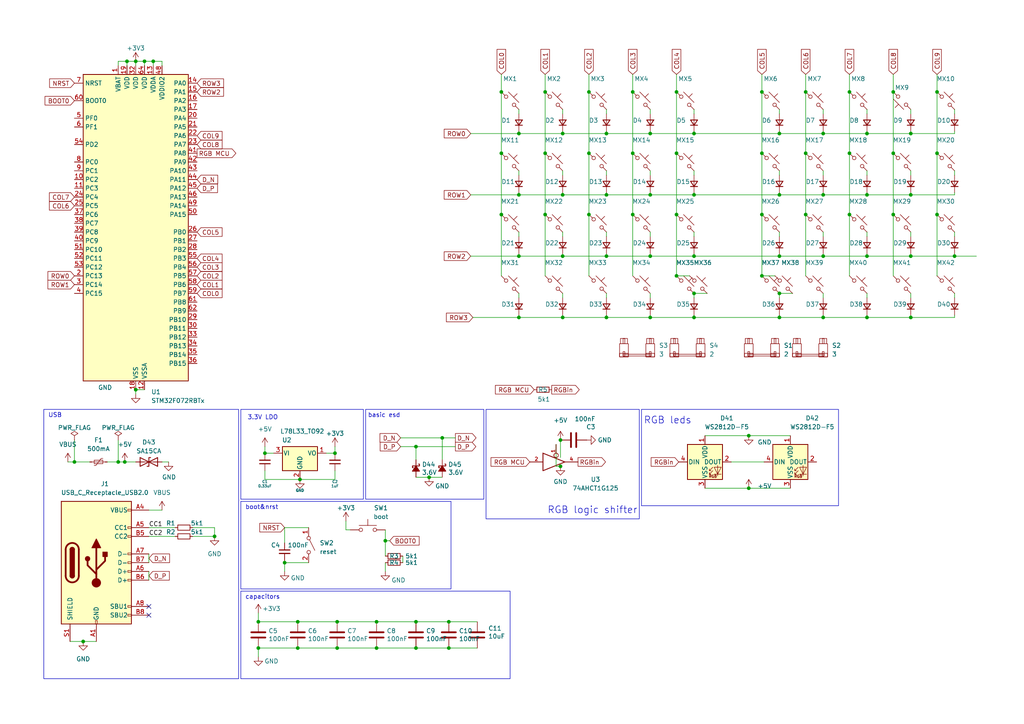
<source format=kicad_sch>
(kicad_sch (version 20231120) (generator "eeschema") (generator_version "8.0")
  (paper "A4")
  (junction (at 226.06 92.075))
  (junction (at 76.835 131.445))
  (junction (at 24.13 186.055))
  (junction (at 217.17 126.365))
  (junction (at 44.45 17.78))
  (junction (at 188.595 92.075))
  (junction (at 188.595 38.735))
  (junction (at 259.08 62.23))
  (junction (at 86.36 187.96))
  (junction (at 251.46 74.295))
  (junction (at 158.115 26.67))
  (junction (at 220.98 80.01))
  (junction (at 251.46 38.735))
  (junction (at 220.98 26.67))
  (junction (at 109.22 187.96))
  (junction (at 62.23 155.575))
  (junction (at 34.29 133.985))
  (junction (at 246.38 62.23))
  (junction (at 97.79 180.34))
  (junction (at 150.495 56.515))
  (junction (at 175.895 38.735))
  (junction (at 217.17 141.605))
  (junction (at 183.515 26.67))
  (junction (at 86.36 180.34))
  (junction (at 36.83 17.78))
  (junction (at 259.08 44.45))
  (junction (at 158.115 44.45))
  (junction (at 201.295 38.735))
  (junction (at 175.895 74.295))
  (junction (at 145.415 62.23))
  (junction (at 196.215 44.45))
  (junction (at 158.115 62.23))
  (junction (at 196.215 80.01))
  (junction (at 162.56 135.255))
  (junction (at 21.59 133.985))
  (junction (at 162.56 127.635))
  (junction (at 150.495 74.295))
  (junction (at 238.76 92.075))
  (junction (at 163.195 56.515))
  (junction (at 97.79 187.96))
  (junction (at 226.06 74.295))
  (junction (at 188.595 74.295))
  (junction (at 271.78 44.45))
  (junction (at 120.65 187.96))
  (junction (at 145.415 44.45))
  (junction (at 82.55 163.195))
  (junction (at 111.76 156.845))
  (junction (at 145.415 26.67))
  (junction (at 130.175 187.96))
  (junction (at 226.06 56.515))
  (junction (at 246.38 26.67))
  (junction (at 170.815 26.67))
  (junction (at 271.78 26.67))
  (junction (at 74.93 180.34))
  (junction (at 276.86 74.295))
  (junction (at 183.515 62.23))
  (junction (at 175.895 92.075))
  (junction (at 183.515 44.45))
  (junction (at 163.195 92.075))
  (junction (at 163.195 74.295))
  (junction (at 233.68 62.23))
  (junction (at 233.68 44.45))
  (junction (at 124.46 138.43))
  (junction (at 226.06 85.09))
  (junction (at 259.08 26.67))
  (junction (at 41.91 17.78))
  (junction (at 251.46 56.515))
  (junction (at 109.22 180.34))
  (junction (at 264.16 92.075))
  (junction (at 39.37 113.03))
  (junction (at 39.37 17.78))
  (junction (at 120.65 180.34))
  (junction (at 170.815 44.45))
  (junction (at 238.76 38.735))
  (junction (at 130.175 180.34))
  (junction (at 175.895 56.515))
  (junction (at 74.93 187.96))
  (junction (at 201.295 56.515))
  (junction (at 170.815 62.23))
  (junction (at 188.595 56.515))
  (junction (at 163.195 38.735))
  (junction (at 128.27 127))
  (junction (at 36.195 133.985))
  (junction (at 120.65 129.54))
  (junction (at 97.155 131.445))
  (junction (at 86.995 139.065))
  (junction (at 233.68 26.67))
  (junction (at 238.76 74.295))
  (junction (at 251.46 92.075))
  (junction (at 196.215 62.23))
  (junction (at 238.76 56.515))
  (junction (at 201.295 85.09))
  (junction (at 226.06 38.735))
  (junction (at 150.495 92.075))
  (junction (at 264.16 38.735))
  (junction (at 271.78 62.23))
  (junction (at 220.98 44.45))
  (junction (at 220.98 62.23))
  (junction (at 196.215 26.67))
  (junction (at 201.295 74.295))
  (junction (at 246.38 44.45))
  (junction (at 201.295 92.075))
  (junction (at 264.16 56.515))
  (junction (at 264.16 74.295))
  (junction (at 150.495 38.735))
  (no_connect (at 43.18 175.895))
  (no_connect (at 43.18 178.435))
  (wire (pts (xy 259.08 62.23) (xy 259.08 80.01)))
  (wire (pts (xy 271.78 44.45) (xy 271.78 62.23)))
  (wire (pts (xy 158.115 44.45) (xy 158.115 62.23)))
  (wire (pts (xy 188.595 91.44) (xy 188.595 92.075)))
  (wire (pts (xy 276.86 55.88) (xy 276.86 56.515)))
  (wire (pts (xy 163.195 31.75) (xy 163.195 33.02)))
  (wire (pts (xy 109.22 187.96) (xy 120.65 187.96)))
  (wire (pts (xy 111.76 156.845) (xy 113.03 156.845)))
  (wire (pts (xy 238.76 49.53) (xy 238.76 50.8)))
  (wire (pts (xy 196.215 80.01) (xy 200.025 80.01)))
  (wire (pts (xy 251.46 38.735) (xy 264.16 38.735)))
  (wire (pts (xy 201.295 55.88) (xy 201.295 56.515)))
  (wire (pts (xy 226.06 85.09) (xy 226.06 86.36)))
  (wire (pts (xy 41.91 17.78) (xy 39.37 17.78)))
  (wire (pts (xy 175.895 91.44) (xy 175.895 92.075)))
  (wire (pts (xy 86.36 180.34) (xy 74.93 180.34)))
  (wire (pts (xy 128.27 127) (xy 132.08 127)))
  (wire (pts (xy 264.16 38.1) (xy 264.16 38.735)))
  (wire (pts (xy 163.195 49.53) (xy 163.195 50.8)))
  (wire (pts (xy 136.525 38.735) (xy 150.495 38.735)))
  (wire (pts (xy 188.595 38.1) (xy 188.595 38.735)))
  (wire (pts (xy 136.525 56.515) (xy 150.495 56.515)))
  (wire (pts (xy 82.55 163.195) (xy 89.535 163.195)))
  (wire (pts (xy 109.22 180.34) (xy 120.65 180.34)))
  (wire (pts (xy 238.76 73.66) (xy 238.76 74.295)))
  (wire (pts (xy 238.76 55.88) (xy 238.76 56.515)))
  (wire (pts (xy 170.815 21.59) (xy 170.815 26.67)))
  (wire (pts (xy 212.09 133.985) (xy 221.615 133.985)))
  (wire (pts (xy 34.29 133.985) (xy 36.195 133.985)))
  (wire (pts (xy 74.93 190.5) (xy 74.93 187.96)))
  (wire (pts (xy 264.16 91.44) (xy 264.16 92.075)))
  (wire (pts (xy 264.16 38.735) (xy 276.86 38.735)))
  (wire (pts (xy 86.36 180.34) (xy 97.79 180.34)))
  (wire (pts (xy 158.115 21.59) (xy 158.115 26.67)))
  (wire (pts (xy 20.32 186.055) (xy 24.13 186.055)))
  (wire (pts (xy 145.415 44.45) (xy 145.415 62.23)))
  (wire (pts (xy 116.205 129.54) (xy 120.65 129.54)))
  (wire (pts (xy 82.55 153.035) (xy 82.55 157.48)))
  (wire (pts (xy 246.38 62.23) (xy 246.38 80.01)))
  (wire (pts (xy 101.6 153.67) (xy 100.33 153.67)))
  (wire (pts (xy 276.86 91.44) (xy 276.86 92.075)))
  (wire (pts (xy 150.495 38.735) (xy 163.195 38.735)))
  (wire (pts (xy 251.46 67.31) (xy 251.46 68.58)))
  (wire (pts (xy 226.06 91.44) (xy 226.06 92.075)))
  (wire (pts (xy 150.495 85.09) (xy 150.495 86.36)))
  (wire (pts (xy 120.65 129.54) (xy 132.08 129.54)))
  (wire (pts (xy 175.895 38.1) (xy 175.895 38.735)))
  (wire (pts (xy 188.595 92.075) (xy 201.295 92.075)))
  (wire (pts (xy 145.415 26.67) (xy 145.415 44.45)))
  (wire (pts (xy 41.91 17.78) (xy 41.91 19.05)))
  (wire (pts (xy 170.815 44.45) (xy 170.815 62.23)))
  (wire (pts (xy 76.835 129.54) (xy 76.835 131.445)))
  (wire (pts (xy 21.59 133.985) (xy 26.035 133.985)))
  (wire (pts (xy 111.76 156.845) (xy 111.76 161.29)))
  (wire (pts (xy 175.895 49.53) (xy 175.895 50.8)))
  (wire (pts (xy 264.16 85.09) (xy 264.16 86.36)))
  (wire (pts (xy 226.06 74.295) (xy 238.76 74.295)))
  (wire (pts (xy 162.56 127.635) (xy 162.56 132.715)))
  (wire (pts (xy 188.595 38.735) (xy 201.295 38.735)))
  (wire (pts (xy 226.06 49.53) (xy 226.06 50.8)))
  (wire (pts (xy 188.595 85.09) (xy 188.595 86.36)))
  (wire (pts (xy 238.76 85.09) (xy 238.76 86.36)))
  (wire (pts (xy 150.495 49.53) (xy 150.495 50.8)))
  (wire (pts (xy 76.835 136.525) (xy 76.835 139.065)))
  (wire (pts (xy 39.37 113.03) (xy 41.91 113.03)))
  (wire (pts (xy 175.895 38.735) (xy 188.595 38.735)))
  (wire (pts (xy 188.595 67.31) (xy 188.595 68.58)))
  (wire (pts (xy 201.295 56.515) (xy 226.06 56.515)))
  (wire (pts (xy 220.98 62.23) (xy 220.98 80.01)))
  (wire (pts (xy 175.895 85.09) (xy 175.895 86.36)))
  (wire (pts (xy 150.495 31.75) (xy 150.495 33.02)))
  (wire (pts (xy 276.86 49.53) (xy 276.86 50.8)))
  (wire (pts (xy 120.65 180.34) (xy 130.175 180.34)))
  (wire (pts (xy 163.195 67.31) (xy 163.195 68.58)))
  (wire (pts (xy 170.815 62.23) (xy 170.815 80.01)))
  (wire (pts (xy 163.195 85.09) (xy 163.195 86.36)))
  (wire (pts (xy 238.76 92.075) (xy 251.46 92.075)))
  (wire (pts (xy 246.38 21.59) (xy 246.38 26.67)))
  (wire (pts (xy 204.47 141.605) (xy 217.17 141.605)))
  (wire (pts (xy 43.18 160.655) (xy 43.18 163.195)))
  (wire (pts (xy 74.93 177.8) (xy 74.93 180.34)))
  (wire (pts (xy 201.295 74.295) (xy 226.06 74.295)))
  (wire (pts (xy 163.195 38.1) (xy 163.195 38.735)))
  (wire (pts (xy 271.78 21.59) (xy 271.78 26.67)))
  (wire (pts (xy 130.175 180.34) (xy 138.43 180.34)))
  (wire (pts (xy 183.515 21.59) (xy 183.515 26.67)))
  (wire (pts (xy 251.46 38.1) (xy 251.46 38.735)))
  (wire (pts (xy 217.17 126.365) (xy 229.235 126.365)))
  (wire (pts (xy 150.495 38.1) (xy 150.495 38.735)))
  (wire (pts (xy 226.06 56.515) (xy 238.76 56.515)))
  (wire (pts (xy 251.46 56.515) (xy 264.16 56.515)))
  (wire (pts (xy 251.46 31.75) (xy 251.46 33.02)))
  (wire (pts (xy 188.595 73.66) (xy 188.595 74.295)))
  (wire (pts (xy 31.115 133.985) (xy 34.29 133.985)))
  (wire (pts (xy 238.76 67.31) (xy 238.76 68.58)))
  (wire (pts (xy 238.76 74.295) (xy 251.46 74.295)))
  (wire (pts (xy 201.295 67.31) (xy 201.295 68.58)))
  (wire (pts (xy 251.46 85.09) (xy 251.46 86.36)))
  (wire (pts (xy 44.45 17.78) (xy 44.45 19.05)))
  (wire (pts (xy 82.55 153.035) (xy 89.535 153.035)))
  (wire (pts (xy 36.195 133.985) (xy 39.37 133.985)))
  (wire (pts (xy 137.16 92.075) (xy 150.495 92.075)))
  (wire (pts (xy 36.83 17.78) (xy 39.37 17.78)))
  (wire (pts (xy 158.115 26.67) (xy 158.115 44.45)))
  (wire (pts (xy 120.65 129.54) (xy 120.65 133.35)))
  (wire (pts (xy 120.65 138.43) (xy 124.46 138.43)))
  (wire (pts (xy 34.29 17.78) (xy 34.29 19.05)))
  (wire (pts (xy 163.195 91.44) (xy 163.195 92.075)))
  (wire (pts (xy 150.495 56.515) (xy 163.195 56.515)))
  (wire (pts (xy 183.515 44.45) (xy 183.515 62.23)))
  (wire (pts (xy 43.18 155.575) (xy 50.8 155.575)))
  (wire (pts (xy 233.68 62.23) (xy 233.68 80.01)))
  (wire (pts (xy 264.16 74.295) (xy 276.86 74.295)))
  (wire (pts (xy 246.38 26.67) (xy 246.38 44.45)))
  (wire (pts (xy 34.29 127.635) (xy 34.29 133.985)))
  (wire (pts (xy 259.08 44.45) (xy 259.08 62.23)))
  (wire (pts (xy 150.495 73.66) (xy 150.495 74.295)))
  (wire (pts (xy 238.76 91.44) (xy 238.76 92.075)))
  (wire (pts (xy 163.195 55.88) (xy 163.195 56.515)))
  (wire (pts (xy 251.46 73.66) (xy 251.46 74.295)))
  (wire (pts (xy 226.06 31.75) (xy 226.06 33.02)))
  (wire (pts (xy 201.295 38.735) (xy 226.06 38.735)))
  (wire (pts (xy 276.86 85.09) (xy 276.86 86.36)))
  (wire (pts (xy 264.16 92.075) (xy 276.86 92.075)))
  (wire (pts (xy 259.08 21.59) (xy 259.08 26.67)))
  (wire (pts (xy 264.16 56.515) (xy 276.86 56.515)))
  (wire (pts (xy 150.495 92.075) (xy 163.195 92.075)))
  (wire (pts (xy 116.84 161.29) (xy 116.84 163.195)))
  (wire (pts (xy 82.55 163.195) (xy 82.55 162.56)))
  (wire (pts (xy 183.515 62.23) (xy 183.515 80.01)))
  (wire (pts (xy 97.155 129.54) (xy 97.155 131.445)))
  (wire (pts (xy 226.06 38.1) (xy 226.06 38.735)))
  (wire (pts (xy 111.76 163.195) (xy 111.76 165.735)))
  (wire (pts (xy 220.98 80.01) (xy 224.79 80.01)))
  (wire (pts (xy 196.215 44.45) (xy 196.215 62.23)))
  (wire (pts (xy 34.29 17.78) (xy 36.83 17.78)))
  (wire (pts (xy 217.17 141.605) (xy 229.235 141.605)))
  (wire (pts (xy 41.91 17.78) (xy 44.45 17.78)))
  (wire (pts (xy 233.68 26.67) (xy 233.68 44.45)))
  (wire (pts (xy 150.495 91.44) (xy 150.495 92.075)))
  (wire (pts (xy 158.115 62.23) (xy 158.115 80.01)))
  (wire (pts (xy 21.59 127.635) (xy 21.59 133.985)))
  (wire (pts (xy 226.06 73.66) (xy 226.06 74.295)))
  (wire (pts (xy 44.45 17.78) (xy 46.99 17.78)))
  (wire (pts (xy 43.18 165.735) (xy 43.18 168.275)))
  (wire (pts (xy 120.65 187.96) (xy 130.175 187.96)))
  (wire (pts (xy 161.29 135.255) (xy 161.29 128.905)))
  (wire (pts (xy 175.895 92.075) (xy 188.595 92.075)))
  (wire (pts (xy 55.88 153.035) (xy 62.23 153.035)))
  (wire (pts (xy 220.98 21.59) (xy 220.98 26.67)))
  (wire (pts (xy 62.23 153.035) (xy 62.23 155.575)))
  (wire (pts (xy 170.815 26.67) (xy 170.815 44.45)))
  (wire (pts (xy 264.16 49.53) (xy 264.16 50.8)))
  (wire (pts (xy 196.215 21.59) (xy 196.215 26.67)))
  (wire (pts (xy 97.79 187.96) (xy 109.22 187.96)))
  (wire (pts (xy 264.16 55.88) (xy 264.16 56.515)))
  (wire (pts (xy 97.79 180.34) (xy 109.22 180.34)))
  (wire (pts (xy 175.895 74.295) (xy 188.595 74.295)))
  (wire (pts (xy 124.46 138.43) (xy 128.27 138.43)))
  (wire (pts (xy 201.295 85.09) (xy 205.105 85.09)))
  (wire (pts (xy 238.76 56.515) (xy 251.46 56.515)))
  (wire (pts (xy 150.495 67.31) (xy 150.495 68.58)))
  (wire (pts (xy 196.215 26.67) (xy 196.215 44.45)))
  (wire (pts (xy 175.895 67.31) (xy 175.895 68.58)))
  (wire (pts (xy 246.38 44.45) (xy 246.38 62.23)))
  (wire (pts (xy 86.995 139.065) (xy 97.155 139.065)))
  (wire (pts (xy 271.78 62.23) (xy 271.78 80.01)))
  (wire (pts (xy 163.195 74.295) (xy 175.895 74.295)))
  (wire (pts (xy 46.99 133.985) (xy 48.895 133.985)))
  (wire (pts (xy 238.76 38.1) (xy 238.76 38.735)))
  (wire (pts (xy 276.86 31.75) (xy 276.86 33.02)))
  (wire (pts (xy 163.195 38.735) (xy 175.895 38.735)))
  (wire (pts (xy 100.33 153.67) (xy 100.33 151.13)))
  (wire (pts (xy 163.195 56.515) (xy 175.895 56.515)))
  (wire (pts (xy 220.98 44.45) (xy 220.98 62.23)))
  (wire (pts (xy 201.295 91.44) (xy 201.295 92.075)))
  (wire (pts (xy 82.55 165.735) (xy 82.55 163.195)))
  (wire (pts (xy 163.195 92.075) (xy 175.895 92.075)))
  (wire (pts (xy 251.46 92.075) (xy 264.16 92.075)))
  (wire (pts (xy 226.06 92.075) (xy 238.76 92.075)))
  (wire (pts (xy 39.37 17.78) (xy 39.37 19.05)))
  (wire (pts (xy 175.895 56.515) (xy 188.595 56.515)))
  (wire (pts (xy 43.18 147.955) (xy 46.99 147.955)))
  (wire (pts (xy 55.88 155.575) (xy 62.23 155.575)))
  (wire (pts (xy 226.06 55.88) (xy 226.06 56.515)))
  (wire (pts (xy 276.86 38.1) (xy 276.86 38.735)))
  (wire (pts (xy 43.18 153.035) (xy 50.8 153.035)))
  (wire (pts (xy 233.68 21.59) (xy 233.68 26.67)))
  (wire (pts (xy 201.295 31.75) (xy 201.295 33.02)))
  (wire (pts (xy 46.99 17.78) (xy 46.99 19.05)))
  (wire (pts (xy 259.08 26.67) (xy 259.08 44.45)))
  (wire (pts (xy 175.895 31.75) (xy 175.895 33.02)))
  (wire (pts (xy 188.595 49.53) (xy 188.595 50.8)))
  (wire (pts (xy 226.06 38.735) (xy 238.76 38.735)))
  (wire (pts (xy 86.36 187.96) (xy 97.79 187.96)))
  (wire (pts (xy 196.215 62.23) (xy 196.215 80.01)))
  (wire (pts (xy 183.515 26.67) (xy 183.515 44.45)))
  (wire (pts (xy 276.86 74.295) (xy 283.21 74.295)))
  (wire (pts (xy 150.495 55.88) (xy 150.495 56.515)))
  (wire (pts (xy 150.495 74.295) (xy 163.195 74.295)))
  (wire (pts (xy 238.76 31.75) (xy 238.76 33.02)))
  (wire (pts (xy 201.295 73.66) (xy 201.295 74.295)))
  (wire (pts (xy 251.46 91.44) (xy 251.46 92.075)))
  (wire (pts (xy 188.595 31.75) (xy 188.595 33.02)))
  (wire (pts (xy 162.56 135.255) (xy 161.29 135.255)))
  (wire (pts (xy 175.895 55.88) (xy 175.895 56.515)))
  (wire (pts (xy 201.295 49.53) (xy 201.295 50.8)))
  (wire (pts (xy 116.205 127) (xy 128.27 127)))
  (wire (pts (xy 226.06 67.31) (xy 226.06 68.58)))
  (wire (pts (xy 251.46 74.295) (xy 264.16 74.295)))
  (wire (pts (xy 76.835 131.445) (xy 79.375 131.445)))
  (wire (pts (xy 39.37 114.3) (xy 39.37 113.03)))
  (wire (pts (xy 94.615 131.445) (xy 97.155 131.445)))
  (wire (pts (xy 264.16 31.75) (xy 264.16 33.02)))
  (wire (pts (xy 97.155 136.525) (xy 97.155 139.065)))
  (wire (pts (xy 201.295 38.1) (xy 201.295 38.735)))
  (wire (pts (xy 175.895 73.66) (xy 175.895 74.295)))
  (wire (pts (xy 24.13 186.055) (xy 27.94 186.055)))
  (wire (pts (xy 86.36 187.96) (xy 74.93 187.96)))
  (wire (pts (xy 188.595 74.295) (xy 201.295 74.295)))
  (wire (pts (xy 111.76 153.67) (xy 111.76 156.845)))
  (wire (pts (xy 201.295 92.075) (xy 226.06 92.075)))
  (wire (pts (xy 251.46 55.88) (xy 251.46 56.515)))
  (wire (pts (xy 201.295 85.09) (xy 201.295 86.36)))
  (wire (pts (xy 226.06 85.09) (xy 229.87 85.09)))
  (wire (pts (xy 204.47 126.365) (xy 217.17 126.365)))
  (wire (pts (xy 264.16 67.31) (xy 264.16 68.58)))
  (wire (pts (xy 136.525 74.295) (xy 150.495 74.295)))
  (wire (pts (xy 276.86 67.31) (xy 276.86 68.58)))
  (wire (pts (xy 163.195 73.66) (xy 163.195 74.295)))
  (wire (pts (xy 276.86 73.66) (xy 276.86 74.295)))
  (wire (pts (xy 271.78 26.67) (xy 271.78 44.45)))
  (wire (pts (xy 238.76 38.735) (xy 251.46 38.735)))
  (wire (pts (xy 220.98 26.67) (xy 220.98 44.45)))
  (wire (pts (xy 36.83 17.78) (xy 36.83 19.05)))
  (wire (pts (xy 145.415 62.23) (xy 145.415 80.01)))
  (wire (pts (xy 188.595 55.88) (xy 188.595 56.515)))
  (wire (pts (xy 130.175 187.96) (xy 138.43 187.96)))
  (wire (pts (xy 264.16 73.66) (xy 264.16 74.295)))
  (wire (pts (xy 145.415 21.59) (xy 145.415 26.67)))
  (wire (pts (xy 76.835 139.065) (xy 86.995 139.065)))
  (wire (pts (xy 188.595 56.515) (xy 201.295 56.515)))
  (wire (pts (xy 128.27 127) (xy 128.27 133.35)))
  (wire (pts (xy 233.68 44.45) (xy 233.68 62.23)))
  (wire (pts (xy 251.46 49.53) (xy 251.46 50.8)))
  (wire (pts (xy 19.685 133.985) (xy 21.59 133.985)))
  (rectangle (start 12.7 118.745) (end 69.215 196.85))
  (rectangle (start 69.85 145.415) (end 130.81 170.815))
  (rectangle (start 106.045 118.745) (end 140.335 144.78))
  (rectangle (start 186.055 118.745) (end 243.205 146.685))
  (rectangle (start 69.85 118.745) (end 105.41 144.78))
  (rectangle (start 69.85 171.45) (end 147.955 196.85))
  (rectangle (start 140.97 118.745) (end 185.42 150.495))
  (text "RGB leds" (at 186.69 123.19 0) (effects (font (size 2 2)) (justify left bottom)))
  (text "RGB logic shifter" (at 158.75 149.225 0) (effects (font (size 2 2)) (justify left bottom)))
  (text "capacitors" (at 71.12 173.99 0) (effects (font (size 1.27 1.27)) (justify left bottom)))
  (text "boot&nrst" (at 71.12 147.955 0) (effects (font (size 1.27 1.27)) (justify left bottom)))
  (text "3.3V LDO" (at 71.755 121.92 0) (effects (font (size 1.27 1.27)) (justify left bottom)))
  (text "USB" (at 13.97 121.285 0) (effects (font (size 1.27 1.27)) (justify left bottom)))
  (text "basic esd" (at 106.68 121.285 0) (effects (font (size 1.27 1.27)) (justify left bottom)))
  (label "CC1" (at 43.18 153.035 0))
  (label "CC2" (at 43.18 155.575 0))
  (global_label "RGBin" (shape input) (at 196.85 133.985 180) (property "Intersheetrefs" "${INTERSHEET_REFS}" (effects (hide yes))))
  (global_label "COL0" (shape input) (at 57.15 85.09 0) (property "Intersheetrefs" "${INTERSHEET_REFS}" (effects (hide yes))))
  (global_label "ROW0" (shape input) (at 21.59 80.01 180) (property "Intersheetrefs" "${INTERSHEET_REFS}" (effects (hide yes))))
  (global_label "ROW0" (shape input) (at 136.525 38.735 180) (property "Intersheetrefs" "${INTERSHEET_REFS}" (effects (hide yes))))
  (global_label "COL6" (shape input) (at 21.59 59.69 180) (property "Intersheetrefs" "${INTERSHEET_REFS}" (effects (hide yes))))
  (global_label "COL1" (shape input) (at 158.115 21.59 90) (property "Intersheetrefs" "${INTERSHEET_REFS}" (effects (hide yes))))
  (global_label "COL7" (shape input) (at 21.59 57.15 180) (property "Intersheetrefs" "${INTERSHEET_REFS}" (effects (hide yes))))
  (global_label "COL1" (shape input) (at 57.15 82.55 0) (property "Intersheetrefs" "${INTERSHEET_REFS}" (effects (hide yes))))
  (global_label "RGBin" (shape output) (at 167.64 133.985 0) (property "Intersheetrefs" "${INTERSHEET_REFS}" (effects (hide yes))))
  (global_label "D_N" (shape input) (at 116.205 127 180) (property "Intersheetrefs" "${INTERSHEET_REFS}" (effects (hide yes))))
  (global_label "NRST" (shape input) (at 82.55 153.035 180) (property "Intersheetrefs" "${INTERSHEET_REFS}" (effects (hide yes))))
  (global_label "COL9" (shape input) (at 57.15 39.37 0) (property "Intersheetrefs" "${INTERSHEET_REFS}" (effects (hide yes))))
  (global_label "COL8" (shape input) (at 259.08 21.59 90) (property "Intersheetrefs" "${INTERSHEET_REFS}" (effects (hide yes))))
  (global_label "D_P" (shape input) (at 43.18 167.005 0) (property "Intersheetrefs" "${INTERSHEET_REFS}" (effects (hide yes))))
  (global_label "COL3" (shape input) (at 57.15 77.47 0) (property "Intersheetrefs" "${INTERSHEET_REFS}" (effects (hide yes))))
  (global_label "COL0" (shape input) (at 145.415 21.59 90) (property "Intersheetrefs" "${INTERSHEET_REFS}" (effects (hide yes))))
  (global_label "NRST" (shape input) (at 21.59 24.13 180) (property "Intersheetrefs" "${INTERSHEET_REFS}" (effects (hide yes))))
  (global_label "COL9" (shape input) (at 271.78 21.59 90) (property "Intersheetrefs" "${INTERSHEET_REFS}" (effects (hide yes))))
  (global_label "COL8" (shape input) (at 57.15 41.91 0) (property "Intersheetrefs" "${INTERSHEET_REFS}" (effects (hide yes))))
  (global_label "ROW2" (shape input) (at 136.525 74.295 180) (property "Intersheetrefs" "${INTERSHEET_REFS}" (effects (hide yes))))
  (global_label "ROW1" (shape input) (at 21.59 82.55 180) (property "Intersheetrefs" "${INTERSHEET_REFS}" (effects (hide yes))))
  (global_label "COL2" (shape input) (at 57.15 80.01 0) (property "Intersheetrefs" "${INTERSHEET_REFS}" (effects (hide yes))))
  (global_label "ROW1" (shape input) (at 136.525 56.515 180) (property "Intersheetrefs" "${INTERSHEET_REFS}" (effects (hide yes))))
  (global_label "RGB MCU" (shape output) (at 57.15 44.45 0) (property "Intersheetrefs" "${INTERSHEET_REFS}" (effects (hide yes))))
  (global_label "COL4" (shape input) (at 57.15 74.93 0) (property "Intersheetrefs" "${INTERSHEET_REFS}" (effects (hide yes))))
  (global_label "D_P" (shape input) (at 57.15 54.61 0) (property "Intersheetrefs" "${INTERSHEET_REFS}" (effects (hide yes))))
  (global_label "D_P" (shape output) (at 132.08 129.54 0) (property "Intersheetrefs" "${INTERSHEET_REFS}" (effects (hide yes))))
  (global_label "COL4" (shape input) (at 196.215 21.59 90) (property "Intersheetrefs" "${INTERSHEET_REFS}" (effects (hide yes))))
  (global_label "COL2" (shape input) (at 170.815 21.59 90) (property "Intersheetrefs" "${INTERSHEET_REFS}" (effects (hide yes))))
  (global_label "ROW2" (shape input) (at 57.15 26.67 0) (property "Intersheetrefs" "${INTERSHEET_REFS}" (effects (hide yes))))
  (global_label "ROW3" (shape input) (at 137.16 92.075 180) (property "Intersheetrefs" "${INTERSHEET_REFS}" (effects (hide yes))))
  (global_label "COL5" (shape input) (at 57.15 67.31 0) (property "Intersheetrefs" "${INTERSHEET_REFS}" (effects (hide yes))))
  (global_label "COL3" (shape input) (at 183.515 21.59 90) (property "Intersheetrefs" "${INTERSHEET_REFS}" (effects (hide yes))))
  (global_label "COL7" (shape input) (at 246.38 21.59 90) (property "Intersheetrefs" "${INTERSHEET_REFS}" (effects (hide yes))))
  (global_label "BOOT0" (shape input) (at 113.03 156.845 0) (property "Intersheetrefs" "${INTERSHEET_REFS}" (effects (hide yes))))
  (global_label "D_P" (shape input) (at 116.205 129.54 180) (property "Intersheetrefs" "${INTERSHEET_REFS}" (effects (hide yes))))
  (global_label "RGBin" (shape output) (at 160.02 113.03 0) (property "Intersheetrefs" "${INTERSHEET_REFS}" (effects (hide yes))))
  (global_label "ROW3" (shape input) (at 57.15 24.13 0) (property "Intersheetrefs" "${INTERSHEET_REFS}" (effects (hide yes))))
  (global_label "COL6" (shape input) (at 233.68 21.59 90) (property "Intersheetrefs" "${INTERSHEET_REFS}" (effects (hide yes))))
  (global_label "D_N" (shape input) (at 57.15 52.07 0) (property "Intersheetrefs" "${INTERSHEET_REFS}" (effects (hide yes))))
  (global_label "COL5" (shape input) (at 220.98 21.59 90) (property "Intersheetrefs" "${INTERSHEET_REFS}" (effects (hide yes))))
  (global_label "D_N" (shape output) (at 132.08 127 0) (property "Intersheetrefs" "${INTERSHEET_REFS}" (effects (hide yes))))
  (global_label "RGB MCU" (shape input) (at 154.94 113.03 180) (property "Intersheetrefs" "${INTERSHEET_REFS}" (effects (hide yes))))
  (global_label "D_N" (shape input) (at 43.18 161.925 0) (property "Intersheetrefs" "${INTERSHEET_REFS}" (effects (hide yes))))
  (global_label "RGB MCU" (shape input) (at 153.67 133.985 180) (property "Intersheetrefs" "${INTERSHEET_REFS}" (effects (hide yes))))
  (global_label "BOOT0" (shape input) (at 21.59 29.21 180) (property "Intersheetrefs" "${INTERSHEET_REFS}" (effects (hide yes))))
  (symbol (lib_id "Device:D_Small") (at 163.195 71.12 90) (unit 1)
    (property "Reference" "D22" (at 158.115 70.485 90) (effects (justify right)))
    (property "Value" "D_Small" (effects (hide yes)))
    (property "Footprint" "kbd:D3_TH_SMD_v3" (effects (hide yes)))
    (property "Sim.Device" "D" (effects (hide yes)))
    (property "Sim.Pins" "1=K 2=A" (effects (hide yes)))
  )
  (symbol (lib_id "MCU_ST_STM32F0:STM32F072RBTx") (at 39.37 67.31 0) (unit 1)
    (property "Reference" "U1" (at 43.8659 113.665 0) (effects (justify left)))
    (property "Value" "STM32F072RBTx" (at 43.8659 116.205 0) (effects (justify left)))
    (property "Footprint" "Package_QFP:LQFP-64_10x10mm_P0.5mm" (effects (hide yes)))
    (property "Datasheet" "https://www.st.com/resource/en/datasheet/stm32f072rb.pdf" (effects (hide yes)))
  )
  (symbol (lib_id "PCM_marbastlib-mx:MX_SW_solder") (at 186.055 64.77 0) (unit 1)
    (property "Reference" "MX24" (at 186.055 58.42 0))
    (property "Value" "MX_SW_solder" (effects (hide yes)))
    (property "Footprint" "MX_Alps_Hybrid:MX-Alps-Hybrid-1U" (effects (hide yes)))
  )
  (symbol (lib_id "Device:D_Small") (at 150.495 71.12 90) (unit 1)
    (property "Reference" "D21" (at 145.415 70.485 90) (effects (justify right)))
    (property "Value" "D_Small" (effects (hide yes)))
    (property "Footprint" "kbd:D3_TH_SMD_v3" (effects (hide yes)))
    (property "Sim.Device" "D" (effects (hide yes)))
    (property "Sim.Pins" "1=K 2=A" (effects (hide yes)))
  )
  (symbol (lib_id "Device:D_Small") (at 264.16 53.34 90) (unit 1)
    (property "Reference" "D19" (at 259.08 52.705 90) (effects (justify right)))
    (property "Value" "D_Small" (effects (hide yes)))
    (property "Footprint" "kbd:D3_TH_SMD_v3" (effects (hide yes)))
    (property "Sim.Device" "D" (effects (hide yes)))
    (property "Sim.Pins" "1=K 2=A" (effects (hide yes)))
  )
  (symbol (lib_id "Device:D_Small") (at 238.76 88.9 90) (unit 1)
    (property "Reference" "D37" (at 233.68 88.265 90) (effects (justify right)))
    (property "Value" "D_Small" (effects (hide yes)))
    (property "Footprint" "kbd:D3_TH_SMD_v3" (effects (hide yes)))
    (property "Sim.Device" "D" (effects (hide yes)))
    (property "Sim.Pins" "1=K 2=A" (effects (hide yes)))
  )
  (symbol (lib_id "Device:C") (at 86.36 184.15 0) (unit 1)
    (property "Reference" "C6" (at 89.281 182.9816 0) (effects (justify left)))
    (property "Value" "100nF" (at 89.281 185.293 0) (effects (justify left)))
    (property "Footprint" "Capacitor_THT:C_Disc_D4.3mm_W1.9mm_P5.00mm" (effects (hide yes)))
  )
  (symbol (lib_id "PCM_marbastlib-mx:MX_SW_solder") (at 274.32 46.99 0) (unit 1)
    (property "Reference" "MX20" (at 274.32 40.64 0))
    (property "Value" "MX_SW_solder" (effects (hide yes)))
    (property "Footprint" "MX_Alps_Hybrid:MX-Alps-Hybrid-1U" (effects (hide yes)))
  )
  (symbol (lib_id "power:GND") (at 48.895 133.985 0) (unit 1)
    (property "Reference" "#PWR09" (effects (hide yes)))
    (property "Value" "GND" (at 49.022 138.3792 0))
  )
  (symbol (lib_id "PCM_marbastlib-mx:MX_SW_solder") (at 274.32 82.55 0) (unit 1)
    (property "Reference" "MX42" (at 274.32 76.2 0))
    (property "Value" "MX_SW_solder" (effects (hide yes)))
    (property "Footprint" "MX_Alps_Hybrid:MX-Alps-Hybrid-1U" (effects (hide yes)))
  )
  (symbol (lib_id "Device:D_Small") (at 188.595 71.12 90) (unit 1)
    (property "Reference" "D24" (at 183.515 70.485 90) (effects (justify right)))
    (property "Value" "D_Small" (effects (hide yes)))
    (property "Footprint" "kbd:D3_TH_SMD_v3" (effects (hide yes)))
    (property "Sim.Device" "D" (effects (hide yes)))
    (property "Sim.Pins" "1=K 2=A" (effects (hide yes)))
  )
  (symbol (lib_id "power:GND") (at 111.76 165.735 0) (unit 1)
    (property "Reference" "#PWR019" (effects (hide yes)))
    (property "Value" "GND" (at 115.57 168.275 0))
  )
  (symbol (lib_id "PCM_marbastlib-mx:MX_SW_solder") (at 248.92 82.55 0) (unit 1)
    (property "Reference" "MX40" (at 248.92 76.2 0))
    (property "Value" "MX_SW_solder" (effects (hide yes)))
    (property "Footprint" "MX_Alps_Hybrid:MX-Alps-Hybrid-1U" (effects (hide yes)))
  )
  (symbol (lib_id "Device:D_Small") (at 251.46 35.56 90) (unit 1)
    (property "Reference" "D8" (at 246.38 34.925 90) (effects (justify right)))
    (property "Value" "D_Small" (effects (hide yes)))
    (property "Footprint" "kbd:D3_TH_SMD_v3" (effects (hide yes)))
    (property "Sim.Device" "D" (effects (hide yes)))
    (property "Sim.Pins" "1=K 2=A" (effects (hide yes)))
  )
  (symbol (lib_id "PCM_marbastlib-mx:MX_SW_solder") (at 173.355 46.99 0) (unit 1)
    (property "Reference" "MX13" (at 173.355 40.64 0))
    (property "Value" "MX_SW_solder" (effects (hide yes)))
    (property "Footprint" "MX_Alps_Hybrid:MX-Alps-Hybrid-1U" (effects (hide yes)))
  )
  (symbol (lib_id "PCM_marbastlib-mx:MX_SW_solder") (at 147.955 46.99 0) (unit 1)
    (property "Reference" "MX11" (at 147.955 40.64 0))
    (property "Value" "MX_SW_solder" (effects (hide yes)))
    (property "Footprint" "MX_Alps_Hybrid:MX-Alps-Hybrid-1U" (effects (hide yes)))
  )
  (symbol (lib_id "PCM_marbastlib-mx:MX_SW_solder") (at 186.055 46.99 0) (unit 1)
    (property "Reference" "MX14" (at 186.055 40.64 0))
    (property "Value" "MX_SW_solder" (effects (hide yes)))
    (property "Footprint" "MX_Alps_Hybrid:MX-Alps-Hybrid-1U" (effects (hide yes)))
  )
  (symbol (lib_id "Device:C") (at 97.79 184.15 0) (unit 1)
    (property "Reference" "C7" (at 100.711 182.9816 0) (effects (justify left)))
    (property "Value" "100nF" (at 100.711 185.293 0) (effects (justify left)))
    (property "Footprint" "Capacitor_THT:C_Disc_D4.3mm_W1.9mm_P5.00mm" (effects (hide yes)))
  )
  (symbol (lib_id "PCM_marbastlib-mx:MX_SW_solder") (at 248.92 64.77 0) (unit 1)
    (property "Reference" "MX28" (at 248.92 58.42 0))
    (property "Value" "MX_SW_solder" (effects (hide yes)))
    (property "Footprint" "MX_Alps_Hybrid:MX-Alps-Hybrid-1U" (effects (hide yes)))
  )
  (symbol (lib_id "PCM_marbastlib-mx:MX_SW_solder") (at 160.655 82.55 0) (unit 1)
    (property "Reference" "MX32" (at 160.655 76.2 0))
    (property "Value" "MX_SW_solder" (effects (hide yes)))
    (property "Footprint" "MX_Alps_Hybrid:MX-Alps-Hybrid-1U" (effects (hide yes)))
  )
  (symbol (lib_id "Device:R_Small") (at 53.34 155.575 90) (unit 1)
    (property "Reference" "R2" (at 49.53 154.305 90))
    (property "Value" "5k1" (at 57.15 154.305 90))
    (property "Footprint" "Resistor_THT:R_Axial_DIN0204_L3.6mm_D1.6mm_P7.62mm_Horizontal" (effects (hide yes)))
  )
  (symbol (lib_id "PCM_marbastlib-mx:MX_SW_solder") (at 198.755 82.55 0) (unit 1)
    (property "Reference" "MX35" (at 198.755 76.2 0))
    (property "Value" "MX_SW_solder" (effects (hide yes)))
    (property "Footprint" "MX_Alps_Hybrid:MX-Alps-Hybrid-1U" (effects (hide yes)))
  )
  (symbol (lib_id "Connector:USB_C_Receptacle_USB2.0") (at 27.94 163.195 0) (unit 1)
    (property "Reference" "J1" (at 30.4165 140.335 0))
    (property "Value" "USB_C_Receptacle_USB2.0" (at 30.4165 142.875 0))
    (property "Footprint" "PCM_marbastlib-various:USB_C_Receptacle_HRO_TYPE-C-31-M-12" (effects (hide yes)))
    (property "Datasheet" "https://www.usb.org/sites/default/files/documents/usb_type-c.zip" (effects (hide yes)))
    (property "LCSC" "C165948" (effects (hide yes)))
  )
  (symbol (lib_id "power:+3V3") (at 97.155 129.54 0) (unit 1)
    (property "Reference" "#PWR05" (effects (hide yes)))
    (property "Value" "+3V3" (at 97.155 125.73 0))
  )
  (symbol (lib_id "PCM_marbastlib-mx:MX_SW_solder") (at 160.655 64.77 0) (unit 1)
    (property "Reference" "MX22" (at 160.655 58.42 0))
    (property "Value" "MX_SW_solder" (effects (hide yes)))
    (property "Footprint" "MX_Alps_Hybrid:MX-Alps-Hybrid-1U" (effects (hide yes)))
  )
  (symbol (lib_id "PCM_marbastlib-mx:MX_stab") (at 199.39 100.965 0) (unit 1)
    (property "Reference" "S4" (at 205.74 100.203 0) (effects (justify left)))
    (property "Value" "2" (at 205.74 102.743 0) (effects (justify left)))
    (property "Footprint" "PCM_marbastlib-mx:STAB_MX_P_2u" (effects (hide yes)))
  )
  (symbol (lib_id "power:GND") (at 82.55 165.735 0) (mirror y) (unit 1)
    (property "Reference" "#PWR018" (effects (hide yes)))
    (property "Value" "GND" (at 86.36 167.64 0))
  )
  (symbol (lib_id "Device:D_Small") (at 150.495 53.34 90) (unit 1)
    (property "Reference" "D11" (at 145.415 52.705 90) (effects (justify right)))
    (property "Value" "D_Small" (effects (hide yes)))
    (property "Footprint" "kbd:D3_TH_SMD_v3" (effects (hide yes)))
    (property "Sim.Device" "D" (effects (hide yes)))
    (property "Sim.Pins" "1=K 2=A" (effects (hide yes)))
  )
  (symbol (lib_id "Device:D_Small") (at 175.895 88.9 90) (unit 1)
    (property "Reference" "D33" (at 170.815 88.265 90) (effects (justify right)))
    (property "Value" "D_Small" (effects (hide yes)))
    (property "Footprint" "kbd:D3_TH_SMD_v3" (effects (hide yes)))
    (property "Sim.Device" "D" (effects (hide yes)))
    (property "Sim.Pins" "1=K 2=A" (effects (hide yes)))
  )
  (symbol (lib_id "LED:WS2812B") (at 204.47 133.985 0) (unit 1)
    (property "Reference" "D41" (at 210.82 121.285 0))
    (property "Value" "WS2812D-F5" (at 210.82 123.825 0))
    (property "Footprint" "kbd:NeoPixel_bulb_5mm_Adafruit_1938" (effects (hide yes)))
    (property "Datasheet" "https://cdn-shop.adafruit.com/datasheets/WS2812B.pdf" (effects (hide yes)))
  )
  (symbol (lib_id "power:+5V") (at 76.835 129.54 0) (unit 1)
    (property "Reference" "#PWR04" (effects (hide yes)))
    (property "Value" "+5V" (at 76.835 124.46 0))
  )
  (symbol (lib_id "PCM_marbastlib-mx:MX_SW_solder") (at 223.52 82.55 0) (unit 1)
    (property "Reference" "MX37" (at 223.52 76.2 0))
    (property "Value" "MX_SW_solder" (effects (hide yes)))
    (property "Footprint" "MX_Alps_Hybrid:MX-Alps-Hybrid-1U" (effects (hide yes)))
  )
  (symbol (lib_id "Device:D_Small") (at 150.495 35.56 90) (unit 1)
    (property "Reference" "D1" (at 145.415 34.925 90) (effects (justify right)))
    (property "Value" "D_Small" (effects (hide yes)))
    (property "Footprint" "kbd:D3_TH_SMD_v3" (effects (hide yes)))
    (property "Sim.Device" "D" (effects (hide yes)))
    (property "Sim.Pins" "1=K 2=A" (effects (hide yes)))
  )
  (symbol (lib_id "Device:D_Small") (at 238.76 71.12 90) (unit 1)
    (property "Reference" "D27" (at 233.68 70.485 90) (effects (justify right)))
    (property "Value" "D_Small" (effects (hide yes)))
    (property "Footprint" "kbd:D3_TH_SMD_v3" (effects (hide yes)))
    (property "Sim.Device" "D" (effects (hide yes)))
    (property "Sim.Pins" "1=K 2=A" (effects (hide yes)))
  )
  (symbol (lib_id "PCM_marbastlib-mx:MX_stab") (at 184.785 100.965 0) (unit 1)
    (property "Reference" "S3" (at 191.135 100.203 0) (effects (justify left)))
    (property "Value" "3" (at 191.135 102.743 0) (effects (justify left)))
    (property "Footprint" "PCM_marbastlib-mx:STAB_MX_P_3u" (effects (hide yes)))
  )
  (symbol (lib_id "Device:D_TVS") (at 43.18 133.985 0) (unit 1)
    (property "Reference" "D43" (at 43.18 128.27 0))
    (property "Value" "SA15CA" (at 43.18 130.81 0))
    (property "Footprint" "Diode_THT:D_DO-15_P10.16mm_Horizontal" (effects (hide yes)))
  )
  (symbol (lib_id "Device:C_Small") (at 97.155 133.985 180) (unit 1)
    (property "Reference" "C2" (at 97.155 139.7 0) (effects (font (size 0.762 0.762))))
    (property "Value" "1uF" (at 97.155 140.97 0) (effects (font (size 0.762 0.762))))
    (property "Footprint" "Capacitor_THT:C_Disc_D4.3mm_W1.9mm_P5.00mm" (effects (hide yes)))
  )
  (symbol (lib_id "Device:D_Small") (at 251.46 71.12 90) (unit 1)
    (property "Reference" "D28" (at 246.38 70.485 90) (effects (justify right)))
    (property "Value" "D_Small" (effects (hide yes)))
    (property "Footprint" "kbd:D3_TH_SMD_v3" (effects (hide yes)))
    (property "Sim.Device" "D" (effects (hide yes)))
    (property "Sim.Pins" "1=K 2=A" (effects (hide yes)))
  )
  (symbol (lib_id "LED:WS2812B") (at 229.235 133.985 0) (unit 1)
    (property "Reference" "D42" (at 235.585 121.285 0))
    (property "Value" "WS2812D-F5" (at 235.585 123.825 0))
    (property "Footprint" "kbd:NeoPixel_bulb_5mm_Adafruit_1938" (effects (hide yes)))
    (property "Datasheet" "https://cdn-shop.adafruit.com/datasheets/WS2812B.pdf" (effects (hide yes)))
  )
  (symbol (lib_id "power:+5V") (at 36.195 133.985 0) (unit 1)
    (property "Reference" "#PWR08" (effects (hide yes)))
    (property "Value" "+5V" (at 36.195 128.905 0))
  )
  (symbol (lib_id "Device:R_Small") (at 53.34 153.035 90) (unit 1)
    (property "Reference" "R1" (at 49.53 151.765 90))
    (property "Value" "5k1" (at 57.15 151.765 90))
    (property "Footprint" "Resistor_THT:R_Axial_DIN0204_L3.6mm_D1.6mm_P7.62mm_Horizontal" (effects (hide yes)))
  )
  (symbol (lib_id "Device:Polyfuse_Small") (at 28.575 133.985 90) (unit 1)
    (property "Reference" "F1" (at 28.575 127.635 90))
    (property "Value" "500mA" (at 28.575 130.175 90))
    (property "Footprint" "Fuse:Fuse_Bourns_MF-RHT100" (effects (hide yes)))
  )
  (symbol (lib_id "power:VBUS") (at 19.685 133.985 0) (unit 1)
    (property "Reference" "#PWR07" (effects (hide yes)))
    (property "Value" "VBUS" (at 19.685 128.905 0))
  )
  (symbol (lib_id "Device:C") (at 138.43 184.15 0) (unit 1)
    (property "Reference" "C11" (at 141.605 182.245 0) (effects (justify left)))
    (property "Value" "10uF" (at 141.605 184.5564 0) (effects (justify left)))
    (property "Footprint" "Capacitor_THT:C_Disc_D4.3mm_W1.9mm_P5.00mm" (effects (hide yes)))
  )
  (symbol (lib_id "Device:D_Small") (at 264.16 88.9 90) (unit 1)
    (property "Reference" "D39" (at 259.08 88.265 90) (effects (justify right)))
    (property "Value" "D_Small" (effects (hide yes)))
    (property "Footprint" "kbd:D3_TH_SMD_v3" (effects (hide yes)))
    (property "Sim.Device" "D" (effects (hide yes)))
    (property "Sim.Pins" "1=K 2=A" (effects (hide yes)))
  )
  (symbol (lib_id "PCM_marbastlib-mx:MX_SW_solder") (at 173.355 82.55 0) (unit 1)
    (property "Reference" "MX33" (at 173.355 76.2 0))
    (property "Value" "MX_SW_solder" (effects (hide yes)))
    (property "Footprint" "MX_Alps_Hybrid:MX-Alps-Hybrid-1U" (effects (hide yes)))
  )
  (symbol (lib_id "PCM_marbastlib-mx:MX_SW_solder") (at 274.32 64.77 0) (unit 1)
    (property "Reference" "MX30" (at 274.32 58.42 0))
    (property "Value" "MX_SW_solder" (effects (hide yes)))
    (property "Footprint" "MX_Alps_Hybrid:MX-Alps-Hybrid-1U" (effects (hide yes)))
  )
  (symbol (lib_id "power:GND") (at 74.93 190.5 0) (unit 1)
    (property "Reference" "#PWR022" (effects (hide yes)))
    (property "Value" "GND" (at 78.74 191.77 0))
  )
  (symbol (lib_name "GND_4") (lib_id "power:GND") (at 24.13 186.055 0) (unit 1)
    (property "Reference" "#PWR021" (effects (hide yes)))
    (property "Value" "GND" (at 24.13 191.135 0))
  )
  (symbol (lib_id "power:GND") (at 170.18 127.635 90) (unit 1)
    (property "Reference" "#PWR013" (effects (hide yes)))
    (property "Value" "GND" (at 173.355 127.6349 90) (effects (justify right)))
  )
  (symbol (lib_id "Device:D_Small") (at 201.295 53.34 90) (unit 1)
    (property "Reference" "D15" (at 196.215 52.705 90) (effects (justify right)))
    (property "Value" "D_Small" (effects (hide yes)))
    (property "Footprint" "kbd:D3_TH_SMD_v3" (effects (hide yes)))
    (property "Sim.Device" "D" (effects (hide yes)))
    (property "Sim.Pins" "1=K 2=A" (effects (hide yes)))
  )
  (symbol (lib_id "PCM_marbastlib-mx:MX_SW_solder") (at 236.22 46.99 0) (unit 1)
    (property "Reference" "MX17" (at 236.22 40.64 0))
    (property "Value" "MX_SW_solder" (effects (hide yes)))
    (property "Footprint" "MX_Alps_Hybrid:MX-Alps-Hybrid-1U" (effects (hide yes)))
  )
  (symbol (lib_id "Device:R_Small") (at 157.48 113.03 90) (unit 1)
    (property "Reference" "R5" (at 157.48 113.03 90))
    (property "Value" "5k1" (at 157.734 115.824 90))
    (property "Footprint" "Resistor_THT:R_Axial_DIN0204_L3.6mm_D1.6mm_P7.62mm_Horizontal" (effects (hide yes)))
  )
  (symbol (lib_id "Device:D_Small") (at 175.895 53.34 90) (unit 1)
    (property "Reference" "D13" (at 170.815 52.705 90) (effects (justify right)))
    (property "Value" "D_Small" (effects (hide yes)))
    (property "Footprint" "kbd:D3_TH_SMD_v3" (effects (hide yes)))
    (property "Sim.Device" "D" (effects (hide yes)))
    (property "Sim.Pins" "1=K 2=A" (effects (hide yes)))
  )
  (symbol (lib_id "power:GND") (at 217.17 126.365 0) (unit 1)
    (property "Reference" "#PWR03" (effects (hide yes)))
    (property "Value" "GND" (at 219.71 128.27 0) (effects (justify left)))
  )
  (symbol (lib_id "power:GND") (at 39.37 114.3 0) (unit 1)
    (property "Reference" "#PWR02" (effects (hide yes)))
    (property "Value" "GND" (at 30.48 112.395 0))
  )
  (symbol (lib_id "Device:D_Small") (at 264.16 35.56 90) (unit 1)
    (property "Reference" "D9" (at 259.08 34.925 90) (effects (justify right)))
    (property "Value" "D_Small" (effects (hide yes)))
    (property "Footprint" "kbd:D3_TH_SMD_v3" (effects (hide yes)))
    (property "Sim.Device" "D" (effects (hide yes)))
    (property "Sim.Pins" "1=K 2=A" (effects (hide yes)))
  )
  (symbol (lib_id "Device:D_Small") (at 163.195 53.34 90) (unit 1)
    (property "Reference" "D12" (at 158.115 52.705 90) (effects (justify right)))
    (property "Value" "D_Small" (effects (hide yes)))
    (property "Footprint" "kbd:D3_TH_SMD_v3" (effects (hide yes)))
    (property "Sim.Device" "D" (effects (hide yes)))
    (property "Sim.Pins" "1=K 2=A" (effects (hide yes)))
  )
  (symbol (lib_id "Device:D_Small") (at 163.195 88.9 90) (unit 1)
    (property "Reference" "D32" (at 158.115 88.265 90) (effects (justify right)))
    (property "Value" "D_Small" (effects (hide yes)))
    (property "Footprint" "kbd:D3_TH_SMD_v3" (effects (hide yes)))
    (property "Sim.Device" "D" (effects (hide yes)))
    (property "Sim.Pins" "1=K 2=A" (effects (hide yes)))
  )
  (symbol (lib_id "Device:D_Small") (at 175.895 35.56 90) (unit 1)
    (property "Reference" "D3" (at 170.815 34.925 90) (effects (justify right)))
    (property "Value" "D_Small" (effects (hide yes)))
    (property "Footprint" "kbd:D3_TH_SMD_v3" (effects (hide yes)))
    (property "Sim.Device" "D" (effects (hide yes)))
    (property "Sim.Pins" "1=K 2=A" (effects (hide yes)))
  )
  (symbol (lib_id "PCM_marbastlib-mx:MX_SW_solder") (at 261.62 82.55 0) (unit 1)
    (property "Reference" "MX41" (at 261.62 76.2 0))
    (property "Value" "MX_SW_solder" (effects (hide yes)))
    (property "Footprint" "MX_Alps_Hybrid:MX-Alps-Hybrid-1U" (effects (hide yes)))
  )
  (symbol (lib_id "PCM_marbastlib-mx:MX_stab") (at 234.95 100.965 0) (unit 1)
    (property "Reference" "S2" (at 241.3 100.203 0) (effects (justify left)))
    (property "Value" "3" (at 241.3 102.743 0) (effects (justify left)))
    (property "Footprint" "PCM_marbastlib-mx:STAB_MX_P_3u" (effects (hide yes)))
  )
  (symbol (lib_id "power:+3V3") (at 74.93 177.8 0) (unit 1)
    (property "Reference" "#PWR020" (effects (hide yes)))
    (property "Value" "+3V3" (at 78.74 176.53 0))
  )
  (symbol (lib_name "74AHCT1G125_1") (lib_id "74xGxx:74AHCT1G125") (at 161.29 133.985 0) (unit 1)
    (property "Reference" "U3" (at 172.72 139.065 0))
    (property "Value" "74AHCT1G125" (at 172.72 141.605 0))
    (property "Footprint" "Package_TO_SOT_SMD:TSOT-23-5_HandSoldering" (effects (hide yes)))
    (property "Datasheet" "http://www.ti.com/lit/sg/scyt129e/scyt129e.pdf" (effects (hide yes)))
    (property "LCSC" "C12494" (effects (hide yes)))
    (property "Package" "SOT-23" (effects (hide yes)))
  )
  (symbol (lib_id "Device:C") (at 120.65 184.15 0) (unit 1)
    (property "Reference" "C9" (at 123.571 182.9816 0) (effects (justify left)))
    (property "Value" "100nF" (at 123.571 185.293 0) (effects (justify left)))
    (property "Footprint" "Capacitor_THT:C_Disc_D4.3mm_W1.9mm_P5.00mm" (effects (hide yes)))
  )
  (symbol (lib_id "power:+3V3") (at 100.33 151.13 0) (mirror y) (unit 1)
    (property "Reference" "#PWR014" (effects (hide yes)))
    (property "Value" "+3V3" (at 100.33 147.32 0))
  )
  (symbol (lib_id "Device:D_Small") (at 175.895 71.12 90) (unit 1)
    (property "Reference" "D23" (at 170.815 70.485 90) (effects (justify right)))
    (property "Value" "D_Small" (effects (hide yes)))
    (property "Footprint" "kbd:D3_TH_SMD_v3" (effects (hide yes)))
    (property "Sim.Device" "D" (effects (hide yes)))
    (property "Sim.Pins" "1=K 2=A" (effects (hide yes)))
  )
  (symbol (lib_id "Device:D_Small") (at 226.06 88.9 90) (unit 1)
    (property "Reference" "D36" (at 220.98 88.265 90) (effects (justify right)))
    (property "Value" "D_Small" (effects (hide yes)))
    (property "Footprint" "kbd:D3_TH_SMD_v3" (effects (hide yes)))
    (property "Sim.Device" "D" (effects (hide yes)))
    (property "Sim.Pins" "1=K 2=A" (effects (hide yes)))
  )
  (symbol (lib_id "Device:D_Small") (at 201.295 71.12 90) (unit 1)
    (property "Reference" "D25" (at 196.215 70.485 90) (effects (justify right)))
    (property "Value" "D_Small" (effects (hide yes)))
    (property "Footprint" "kbd:D3_TH_SMD_v3" (effects (hide yes)))
    (property "Sim.Device" "D" (effects (hide yes)))
    (property "Sim.Pins" "1=K 2=A" (effects (hide yes)))
  )
  (symbol (lib_id "PCM_marbastlib-mx:MX_SW_solder") (at 227.33 82.55 0) (unit 1)
    (property "Reference" "MX38" (at 229.235 76.2 0))
    (property "Value" "MX_SW_solder" (effects (hide yes)))
    (property "Footprint" "MX_Alps_Hybrid:MX-Alps-Hybrid-1U" (effects (hide yes)))
  )
  (symbol (lib_id "Device:D_Small") (at 188.595 35.56 90) (unit 1)
    (property "Reference" "D4" (at 183.515 34.925 90) (effects (justify right)))
    (property "Value" "D_Small" (effects (hide yes)))
    (property "Footprint" "kbd:D3_TH_SMD_v3" (effects (hide yes)))
    (property "Sim.Device" "D" (effects (hide yes)))
    (property "Sim.Pins" "1=K 2=A" (effects (hide yes)))
  )
  (symbol (lib_id "power:+3V3") (at 39.37 17.78 0) (unit 1)
    (property "Reference" "#PWR01" (effects (hide yes)))
    (property "Value" "+3V3" (at 39.37 13.97 0))
  )
  (symbol (lib_id "lumberjack-rescue:D_Schottky_Small_ALT-Device") (at 120.65 135.89 270) (unit 1)
    (property "Reference" "D44" (at 122.3772 134.7216 90) (effects (justify left)))
    (property "Value" "3.6V" (at 122.3772 137.033 90) (effects (justify left)))
    (property "Footprint" "Diode_THT:D_DO-35_SOD27_P7.62mm_Horizontal" (effects (hide yes)))
  )
  (symbol (lib_id "PCM_marbastlib-mx:MX_SW_solder") (at 223.52 46.99 0) (unit 1)
    (property "Reference" "MX16" (at 223.52 40.64 0))
    (property "Value" "MX_SW_solder" (effects (hide yes)))
    (property "Footprint" "MX_Alps_Hybrid:MX-Alps-Hybrid-1U" (effects (hide yes)))
  )
  (symbol (lib_id "Device:D_Small") (at 251.46 53.34 90) (unit 1)
    (property "Reference" "D18" (at 246.38 52.705 90) (effects (justify right)))
    (property "Value" "D_Small" (effects (hide yes)))
    (property "Footprint" "kbd:D3_TH_SMD_v3" (effects (hide yes)))
    (property "Sim.Device" "D" (effects (hide yes)))
    (property "Sim.Pins" "1=K 2=A" (effects (hide yes)))
  )
  (symbol (lib_id "Device:R_Small") (at 114.3 161.29 90) (unit 1)
    (property "Reference" "R3" (at 114.3 161.29 90))
    (property "Value" "5k1" (at 119.38 161.29 90))
    (property "Footprint" "Resistor_THT:R_Axial_DIN0204_L3.6mm_D1.6mm_P7.62mm_Horizontal" (effects (hide yes)))
  )
  (symbol (lib_id "Device:C_Small") (at 76.835 133.985 180) (unit 1)
    (property "Reference" "C1" (at 76.835 139.7 0) (effects (font (size 0.762 0.762))))
    (property "Value" "0.33uF" (at 76.835 140.97 0) (effects (font (size 0.762 0.762))))
    (property "Footprint" "Capacitor_THT:C_Disc_D4.3mm_W1.9mm_P5.00mm" (effects (hide yes)))
  )
  (symbol (lib_id "power:PWR_FLAG") (at 34.29 127.635 0) (unit 1)
    (property "Reference" "#FLG02" (effects (hide yes)))
    (property "Value" "PWR_FLAG" (at 34.29 124.0592 0))
  )
  (symbol (lib_id "Device:D_Small") (at 188.595 53.34 90) (unit 1)
    (property "Reference" "D14" (at 183.515 52.705 90) (effects (justify right)))
    (property "Value" "D_Small" (effects (hide yes)))
    (property "Footprint" "kbd:D3_TH_SMD_v3" (effects (hide yes)))
    (property "Sim.Device" "D" (effects (hide yes)))
    (property "Sim.Pins" "1=K 2=A" (effects (hide yes)))
  )
  (symbol (lib_id "PCM_marbastlib-mx:MX_SW_solder") (at 236.22 82.55 0) (unit 1)
    (property "Reference" "MX39" (at 236.22 76.2 0))
    (property "Value" "MX_SW_solder" (effects (hide yes)))
    (property "Footprint" "MX_Alps_Hybrid:MX-Alps-Hybrid-1U" (effects (hide yes)))
  )
  (symbol (lib_id "Device:D_Small") (at 226.06 53.34 90) (unit 1)
    (property "Reference" "D16" (at 220.98 52.705 90) (effects (justify right)))
    (property "Value" "D_Small" (effects (hide yes)))
    (property "Footprint" "kbd:D3_TH_SMD_v3" (effects (hide yes)))
    (property "Sim.Device" "D" (effects (hide yes)))
    (property "Sim.Pins" "1=K 2=A" (effects (hide yes)))
  )
  (symbol (lib_id "PCM_marbastlib-mx:MX_SW_solder") (at 160.655 29.21 0) (unit 1)
    (property "Reference" "MX2" (at 160.655 22.86 0))
    (property "Value" "MX_SW_solder" (effects (hide yes)))
    (property "Footprint" "MX_Alps_Hybrid:MX-Alps-Hybrid-1U" (effects (hide yes)))
  )
  (symbol (lib_id "Device:D_Small") (at 201.295 88.9 90) (unit 1)
    (property "Reference" "D35" (at 196.215 88.265 90) (effects (justify right)))
    (property "Value" "D_Small" (effects (hide yes)))
    (property "Footprint" "kbd:D3_TH_SMD_v3" (effects (hide yes)))
    (property "Sim.Device" "D" (effects (hide yes)))
    (property "Sim.Pins" "1=K 2=A" (effects (hide yes)))
  )
  (symbol (lib_id "Device:C_Small") (at 82.55 160.02 0) (mirror y) (unit 1)
    (property "Reference" "C4" (at 81.28 158.115 0) (effects (justify left)))
    (property "Value" "100nF" (at 89.535 158.115 0) (effects (justify left)))
    (property "Footprint" "Capacitor_THT:C_Disc_D4.3mm_W1.9mm_P5.00mm" (effects (hide yes)))
  )
  (symbol (lib_id "PCM_marbastlib-mx:MX_SW_solder") (at 147.955 82.55 0) (unit 1)
    (property "Reference" "MX31" (at 147.955 76.2 0))
    (property "Value" "MX_SW_solder" (effects (hide yes)))
    (property "Footprint" "MX_Alps_Hybrid:MX-Alps-Hybrid-1U" (effects (hide yes)))
  )
  (symbol (lib_id "PCM_marbastlib-mx:MX_SW_solder") (at 160.655 46.99 0) (unit 1)
    (property "Reference" "MX12" (at 160.655 40.64 0))
    (property "Value" "MX_SW_solder" (effects (hide yes)))
    (property "Footprint" "MX_Alps_Hybrid:MX-Alps-Hybrid-1U" (effects (hide yes)))
  )
  (symbol (lib_id "Device:D_Small") (at 276.86 53.34 90) (unit 1)
    (property "Reference" "D20" (at 271.78 52.705 90) (effects (justify right)))
    (property "Value" "D_Small" (effects (hide yes)))
    (property "Footprint" "kbd:D3_TH_SMD_v3" (effects (hide yes)))
    (property "Sim.Device" "D" (effects (hide yes)))
    (property "Sim.Pins" "1=K 2=A" (effects (hide yes)))
  )
  (symbol (lib_id "PCM_marbastlib-mx:MX_SW_solder") (at 173.355 64.77 0) (unit 1)
    (property "Reference" "MX23" (at 173.355 58.42 0))
    (property "Value" "MX_SW_solder" (effects (hide yes)))
    (property "Footprint" "MX_Alps_Hybrid:MX-Alps-Hybrid-1U" (effects (hide yes)))
  )
  (symbol (lib_id "PCM_marbastlib-mx:MX_SW_solder") (at 248.92 29.21 0) (unit 1)
    (property "Reference" "MX8" (at 248.92 22.86 0))
    (property "Value" "MX_SW_solder" (effects (hide yes)))
    (property "Footprint" "MX_Alps_Hybrid:MX-Alps-Hybrid-1U" (effects (hide yes)))
  )
  (symbol (lib_id "PCM_marbastlib-mx:MX_SW_solder") (at 186.055 29.21 0) (unit 1)
    (property "Reference" "MX4" (at 186.055 22.86 0))
    (property "Value" "MX_SW_solder" (effects (hide yes)))
    (property "Footprint" "MX_Alps_Hybrid:MX-Alps-Hybrid-1U" (effects (hide yes)))
  )
  (symbol (lib_id "Device:D_Small") (at 264.16 71.12 90) (unit 1)
    (property "Reference" "D29" (at 259.08 70.485 90) (effects (justify right)))
    (property "Value" "D_Small" (effects (hide yes)))
    (property "Footprint" "kbd:D3_TH_SMD_v3" (effects (hide yes)))
    (property "Sim.Device" "D" (effects (hide yes)))
    (property "Sim.Pins" "1=K 2=A" (effects (hide yes)))
  )
  (symbol (lib_id "PCM_marbastlib-mx:MX_stab") (at 220.98 100.965 0) (unit 1)
    (property "Reference" "S1" (at 227.33 100.203 0) (effects (justify left)))
    (property "Value" "2" (at 227.33 102.743 0) (effects (justify left)))
    (property "Footprint" "PCM_marbastlib-mx:STAB_MX_P_2u" (effects (hide yes)))
  )
  (symbol (lib_id "Switch:SW_SPST") (at 89.535 158.115 270) (unit 1)
    (property "Reference" "SW2" (at 92.71 157.48 90) (effects (justify left)))
    (property "Value" "reset" (at 92.71 160.02 90) (effects (justify left)))
    (property "Footprint" "Button_Switch_THT:SW_PUSH_6mm_H4.3mm" (effects (hide yes)))
    (property "LCSC" "C115351" (effects (hide yes)))
  )
  (symbol (lib_id "power:+5V") (at 162.56 127.635 0) (unit 1)
    (property "Reference" "#PWR012" (effects (hide yes)))
    (property "Value" "+5V" (at 162.56 121.92 0))
  )
  (symbol (lib_id "PCM_marbastlib-mx:MX_SW_solder") (at 274.32 29.21 0) (unit 1)
    (property "Reference" "MX10" (at 274.32 22.86 0))
    (property "Value" "MX_SW_solder" (effects (hide yes)))
    (property "Footprint" "MX_Alps_Hybrid:MX-Alps-Hybrid-1U" (effects (hide yes)))
  )
  (symbol (lib_id "PCM_marbastlib-mx:MX_SW_solder") (at 223.52 64.77 0) (unit 1)
    (property "Reference" "MX26" (at 223.52 58.42 0))
    (property "Value" "MX_SW_solder" (effects (hide yes)))
    (property "Footprint" "MX_Alps_Hybrid:MX-Alps-Hybrid-1U" (effects (hide yes)))
  )
  (symbol (lib_id "Regulator_Linear:L78L33_TO92") (at 86.995 131.445 0) (unit 1)
    (property "Reference" "U2" (at 83.185 127.635 0))
    (property "Value" "L78L33_TO92" (at 81.28 125.095 0) (effects (justify left)))
    (property "Footprint" "Package_TO_SOT_THT:TO-92_Inline" (effects (hide yes)))
    (property "Datasheet" "http://www.st.com/content/ccc/resource/technical/document/datasheet/15/55/e5/aa/23/5b/43/fd/CD00000446.pdf/files/CD00000446.pdf/jcr:content/translations/en.CD00000446.pdf" (effects (hide yes)))
  )
  (symbol (lib_id "power:GND") (at 86.995 139.065 0) (unit 1)
    (property "Reference" "#PWR010" (effects (hide yes)))
    (property "Value" "GND" (at 86.995 142.24 0) (effects (font (size 0.762 0.762))))
  )
  (symbol (lib_id "PCM_marbastlib-mx:MX_SW_solder") (at 198.755 29.21 0) (unit 1)
    (property "Reference" "MX5" (at 198.755 22.86 0))
    (property "Value" "MX_SW_solder" (effects (hide yes)))
    (property "Footprint" "MX_Alps_Hybrid:MX-Alps-Hybrid-1U" (effects (hide yes)))
  )
  (symbol (lib_id "power:GND") (at 162.56 135.255 0) (unit 1)
    (property "Reference" "#PWR016" (effects (hide yes)))
    (property "Value" "GND" (at 162.56 139.7 0))
  )
  (symbol (lib_id "Device:C") (at 109.22 184.15 0) (unit 1)
    (property "Reference" "C8" (at 112.141 182.9816 0) (effects (justify left)))
    (property "Value" "100nF" (at 112.141 185.293 0) (effects (justify left)))
    (property "Footprint" "Capacitor_THT:C_Disc_D4.3mm_W1.9mm_P5.00mm" (effects (hide yes)))
  )
  (symbol (lib_id "Device:D_Small") (at 226.06 71.12 90) (unit 1)
    (property "Reference" "D26" (at 220.98 70.485 90) (effects (justify right)))
    (property "Value" "D_Small" (effects (hide yes)))
    (property "Footprint" "kbd:D3_TH_SMD_v3" (effects (hide yes)))
    (property "Sim.Device" "D" (effects (hide yes)))
    (property "Sim.Pins" "1=K 2=A" (effects (hide yes)))
  )
  (symbol (lib_id "Device:R_Small") (at 114.3 163.195 90) (unit 1)
    (property "Reference" "R4" (at 114.3 163.195 90))
    (property "Value" "5k1" (at 119.38 163.195 90))
    (property "Footprint" "Resistor_THT:R_Axial_DIN0204_L3.6mm_D1.6mm_P7.62mm_Horizontal" (effects (hide yes)))
  )
  (symbol (lib_id "Device:D_Small") (at 276.86 71.12 90) (unit 1)
    (property "Reference" "D30" (at 271.78 70.485 90) (effects (justify right)))
    (property "Value" "D_Small" (effects (hide yes)))
    (property "Footprint" "kbd:D3_TH_SMD_v3" (effects (hide yes)))
    (property "Sim.Device" "D" (effects (hide yes)))
    (property "Sim.Pins" "1=K 2=A" (effects (hide yes)))
  )
  (symbol (lib_id "PCM_marbastlib-mx:MX_SW_solder") (at 236.22 64.77 0) (unit 1)
    (property "Reference" "MX27" (at 236.22 58.42 0))
    (property "Value" "MX_SW_solder" (effects (hide yes)))
    (property "Footprint" "MX_Alps_Hybrid:MX-Alps-Hybrid-1U" (effects (hide yes)))
  )
  (symbol (lib_id "Switch:SW_Push") (at 106.68 153.67 0) (unit 1)
    (property "Reference" "SW1" (at 110.49 147.32 0))
    (property "Value" "boot" (at 110.49 149.86 0))
    (property "Footprint" "Button_Switch_THT:SW_PUSH_6mm_H4.3mm" (effects (hide yes)))
    (property "LCSC" "C115351" (effects (hide yes)))
  )
  (symbol (lib_id "power:GND") (at 124.46 138.43 0) (unit 1)
    (property "Reference" "#PWR017" (effects (hide yes)))
    (property "Value" "GND" (at 128.27 140.97 0))
  )
  (symbol (lib_id "PCM_marbastlib-mx:MX_SW_solder") (at 261.62 29.21 180) (unit 1)
    (property "Reference" "MX9" (at 261.62 25.4 0))
    (property "Value" "MX_SW_solder" (effects (hide yes)))
    (property "Footprint" "MX_Alps_Hybrid:MX-Alps-Hybrid-1U" (effects (hide yes)))
  )
  (symbol (lib_id "PCM_marbastlib-mx:MX_SW_solder") (at 173.355 29.21 0) (unit 1)
    (property "Reference" "MX3" (at 173.355 22.86 0))
    (property "Value" "MX_SW_solder" (effects (hide yes)))
    (property "Footprint" "MX_Alps_Hybrid:MX-Alps-Hybrid-1U" (effects (hide yes)))
  )
  (symbol (lib_id "power:GND") (at 62.23 155.575 0) (unit 1)
    (property "Reference" "#PWR015" (effects (hide yes)))
    (property "Value" "GND" (at 62.23 160.655 0))
  )
  (symbol (lib_id "Device:D_Small") (at 238.76 53.34 90) (unit 1)
    (property "Reference" "D17" (at 233.68 52.705 90) (effects (justify right)))
    (property "Value" "D_Small" (effects (hide yes)))
    (property "Footprint" "kbd:D3_TH_SMD_v3" (effects (hide yes)))
    (property "Sim.Device" "D" (effects (hide yes)))
    (property "Sim.Pins" "1=K 2=A" (effects (hide yes)))
  )
  (symbol (lib_id "power:PWR_FLAG") (at 21.59 127.635 0) (unit 1)
    (property "Reference" "#FLG01" (effects (hide yes)))
    (property "Value" "PWR_FLAG" (at 21.59 124.0592 0))
  )
  (symbol (lib_id "PCM_marbastlib-mx:MX_SW_solder") (at 147.955 29.21 0) (unit 1)
    (property "Reference" "MX1" (at 147.955 22.86 0))
    (property "Value" "MX_SW_solder" (effects (hide yes)))
    (property "Footprint" "MX_Alps_Hybrid:MX-Alps-Hybrid-1U" (effects (hide yes)))
  )
  (symbol (lib_id "PCM_marbastlib-mx:MX_SW_solder") (at 186.055 82.55 0) (unit 1)
    (property "Reference" "MX34" (at 186.055 76.2 0))
    (property "Value" "MX_SW_solder" (effects (hide yes)))
    (property "Footprint" "MX_Alps_Hybrid:MX-Alps-Hybrid-1U" (effects (hide yes)))
  )
  (symbol (lib_id "Device:D_Small") (at 163.195 35.56 90) (unit 1)
    (property "Reference" "D2" (at 158.115 34.925 90) (effects (justify right)))
    (property "Value" "D_Small" (effects (hide yes)))
    (property "Footprint" "kbd:D3_TH_SMD_v3" (effects (hide yes)))
    (property "Sim.Device" "D" (effects (hide yes)))
    (property "Sim.Pins" "1=K 2=A" (effects (hide yes)))
  )
  (symbol (lib_id "Device:D_Small") (at 201.295 35.56 90) (unit 1)
    (property "Reference" "D5" (at 196.215 34.925 90) (effects (justify right)))
    (property "Value" "D_Small" (effects (hide yes)))
    (property "Footprint" "kbd:D3_TH_SMD_v3" (effects (hide yes)))
    (property "Sim.Device" "D" (effects (hide yes)))
    (property "Sim.Pins" "1=K 2=A" (effects (hide yes)))
  )
  (symbol (lib_id "lumberjack-rescue:D_Schottky_Small_ALT-Device") (at 128.27 135.89 270) (unit 1)
    (property "Reference" "D45" (at 129.9972 134.7216 90) (effects (justify left)))
    (property "Value" "3.6V" (at 129.9972 137.033 90) (effects (justify left)))
    (property "Footprint" "Diode_THT:D_DO-35_SOD27_P7.62mm_Horizontal" (effects (hide yes)))
  )
  (symbol (lib_id "Device:D_Small") (at 226.06 35.56 90) (unit 1)
    (property "Reference" "D6" (at 220.98 34.925 90) (effects (justify right)))
    (property "Value" "D_Small" (effects (hide yes)))
    (property "Footprint" "kbd:D3_TH_SMD_v3" (effects (hide yes)))
    (property "Sim.Device" "D" (effects (hide yes)))
    (property "Sim.Pins" "1=K 2=A" (effects (hide yes)))
  )
  (symbol (lib_id "Device:D_Small") (at 276.86 88.9 90) (unit 1)
    (property "Reference" "D40" (at 271.78 88.265 90) (effects (justify right)))
    (property "Value" "D_Small" (effects (hide yes)))
    (property "Footprint" "kbd:D3_TH_SMD_v3" (effects (hide yes)))
    (property "Sim.Device" "D" (effects (hide yes)))
    (property "Sim.Pins" "1=K 2=A" (effects (hide yes)))
  )
  (symbol (lib_id "Device:D_Small") (at 276.86 35.56 90) (unit 1)
    (property "Reference" "D10" (at 271.78 34.925 90) (effects (justify right)))
    (property "Value" "D_Small" (effects (hide yes)))
    (property "Footprint" "kbd:D3_TH_SMD_v3" (effects (hide yes)))
    (property "Sim.Device" "D" (effects (hide yes)))
    (property "Sim.Pins" "1=K 2=A" (effects (hide yes)))
  )
  (symbol (lib_id "Device:D_Small") (at 150.495 88.9 90) (unit 1)
    (property "Reference" "D31" (at 145.415 88.265 90) (effects (justify right)))
    (property "Value" "D_Small" (effects (hide yes)))
    (property "Footprint" "kbd:D3_TH_SMD_v3" (effects (hide yes)))
    (property "Sim.Device" "D" (effects (hide yes)))
    (property "Sim.Pins" "1=K 2=A" (effects (hide yes)))
  )
  (symbol (lib_id "PCM_marbastlib-mx:MX_SW_solder") (at 248.92 46.99 0) (unit 1)
    (property "Reference" "MX18" (at 248.92 40.64 0))
    (property "Value" "MX_SW_solder" (effects (hide yes)))
    (property "Footprint" "MX_Alps_Hybrid:MX-Alps-Hybrid-1U" (effects (hide yes)))
  )
  (symbol (lib_id "power:VBUS") (at 46.99 147.955 0) (unit 1)
    (property "Reference" "#PWR011" (effects (hide yes)))
    (property "Value" "VBUS" (at 46.99 142.875 0))
  )
  (symbol (lib_id "power:+5V") (at 217.17 141.605 0) (unit 1)
    (property "Reference" "#PWR06" (effects (hide yes)))
    (property "Value" "+5V" (at 219.71 140.97 0) (effects (justify left)))
  )
  (symbol (lib_id "PCM_marbastlib-mx:MX_SW_solder") (at 198.755 46.99 0) (unit 1)
    (property "Reference" "MX15" (at 198.755 40.64 0))
    (property "Value" "MX_SW_solder" (effects (hide yes)))
    (property "Footprint" "MX_Alps_Hybrid:MX-Alps-Hybrid-1U" (effects (hide yes)))
  )
  (symbol (lib_id "PCM_marbastlib-mx:MX_SW_solder") (at 198.755 64.77 0) (unit 1)
    (property "Reference" "MX25" (at 198.755 58.42 0))
    (property "Value" "MX_SW_solder" (effects (hide yes)))
    (property "Footprint" "MX_Alps_Hybrid:MX-Alps-Hybrid-1U" (effects (hide yes)))
  )
  (symbol (lib_id "PCM_marbastlib-mx:MX_SW_solder") (at 223.52 29.21 0) (unit 1)
    (property "Reference" "MX6" (at 223.52 22.86 0))
    (property "Value" "MX_SW_solder" (effects (hide yes)))
    (property "Footprint" "MX_Alps_Hybrid:MX-Alps-Hybrid-1U" (effects (hide yes)))
  )
  (symbol (lib_id "Device:C") (at 166.37 127.635 90) (unit 1)
    (property "Reference" "C3" (at 172.72 123.825 90) (effects (justify left)))
    (property "Value" "100nF" (at 172.72 121.5136 90) (effects (justify left)))
    (property "Footprint" "Capacitor_THT:C_Disc_D4.3mm_W1.9mm_P5.00mm" (effects (hide yes)))
  )
  (symbol (lib_id "PCM_marbastlib-mx:MX_SW_solder") (at 261.62 46.99 0) (unit 1)
    (property "Reference" "MX19" (at 261.62 40.64 0))
    (property "Value" "MX_SW_solder" (effects (hide yes)))
    (property "Footprint" "MX_Alps_Hybrid:MX-Alps-Hybrid-1U" (effects (hide yes)))
  )
  (symbol (lib_id "Device:D_Small") (at 188.595 88.9 90) (unit 1)
    (property "Reference" "D34" (at 183.515 88.265 90) (effects (justify right)))
    (property "Value" "D_Small" (effects (hide yes)))
    (property "Footprint" "kbd:D3_TH_SMD_v3" (effects (hide yes)))
    (property "Sim.Device" "D" (effects (hide yes)))
    (property "Sim.Pins" "1=K 2=A" (effects (hide yes)))
  )
  (symbol (lib_id "PCM_marbastlib-mx:MX_SW_solder") (at 261.62 64.77 0) (unit 1)
    (property "Reference" "MX29" (at 261.62 58.42 0))
    (property "Value" "MX_SW_solder" (effects (hide yes)))
    (property "Footprint" "MX_Alps_Hybrid:MX-Alps-Hybrid-1U" (effects (hide yes)))
  )
  (symbol (lib_id "PCM_marbastlib-mx:MX_SW_solder") (at 202.565 82.55 0) (unit 1)
    (property "Reference" "MX36" (at 203.835 76.2 0))
    (property "Value" "MX_SW_solder" (effects (hide yes)))
    (property "Footprint" "MX_Alps_Hybrid:MX-Alps-Hybrid-1U" (effects (hide yes)))
  )
  (symbol (lib_id "PCM_marbastlib-mx:MX_SW_solder") (at 236.22 29.21 0) (unit 1)
    (property "Reference" "MX7" (at 236.22 22.86 0))
    (property "Value" "MX_SW_solder" (effects (hide yes)))
    (property "Footprint" "MX_Alps_Hybrid:MX-Alps-Hybrid-1U" (effects (hide yes)))
  )
  (symbol (lib_id "Device:C") (at 74.93 184.15 0) (unit 1)
    (property "Reference" "C5" (at 77.851 182.9816 0) (effects (justify left)))
    (property "Value" "100nF" (at 77.851 185.293 0) (effects (justify left)))
    (property "Footprint" "Capacitor_THT:C_Disc_D4.3mm_W1.9mm_P5.00mm" (effects (hide yes)))
  )
  (symbol (lib_id "Device:D_Small") (at 251.46 88.9 90) (unit 1)
    (property "Reference" "D38" (at 246.38 88.265 90) (effects (justify right)))
    (property "Value" "D_Small" (effects (hide yes)))
    (property "Footprint" "kbd:D3_TH_SMD_v3" (effects (hide yes)))
    (property "Sim.Device" "D" (effects (hide yes)))
    (property "Sim.Pins" "1=K 2=A" (effects (hide yes)))
  )
  (symbol (lib_id "PCM_marbastlib-mx:MX_SW_solder") (at 147.955 64.77 0) (unit 1)
    (property "Reference" "MX21" (at 147.955 58.42 0))
    (property "Value" "MX_SW_solder" (effects (hide yes)))
    (property "Footprint" "MX_Alps_Hybrid:MX-Alps-Hybrid-1U" (effects (hide yes)))
  )
  (symbol (lib_id "Device:C") (at 130.175 184.15 0) (unit 1)
    (property "Reference" "C10" (at 133.096 182.9816 0) (effects (justify left)))
    (property "Value" "100nF" (at 133.096 185.293 0) (effects (justify left)))
    (property "Footprint" "Capacitor_THT:C_Disc_D4.3mm_W1.9mm_P5.00mm" (effects (hide yes)))
  )
  (symbol (lib_id "Device:D_Small") (at 238.76 35.56 90) (unit 1)
    (property "Reference" "D7" (at 233.68 34.925 90) (effects (justify right)))
    (property "Value" "D_Small" (effects (hide yes)))
    (property "Footprint" "kbd:D3_TH_SMD_v3" (effects (hide yes)))
    (property "Sim.Device" "D" (effects (hide yes)))
    (property "Sim.Pins" "1=K 2=A" (effects (hide yes)))
  )
)
</source>
